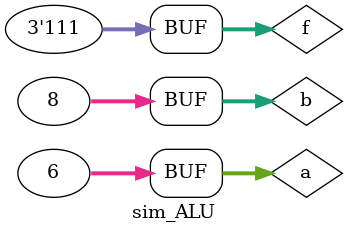
<source format=v>
`timescale 1ns / 1ns


module sim_ALU();
    reg [31:0] a=32'h18;
    reg [31:0] b=32'h11;
    reg [2:0]  f=3'b000;
    wire [31:0] s;
    ALU uut(.a(a),.b(b),.f(f),.s(s));
    initial begin
        #100 f=3'b001;
        #100 begin a=32'h6;b=32'h7;f=3'b000;end;
        #100 begin a=32'h6;b=32'h3;f=3'b001;end;
        #100 begin a=32'h6;b=32'h4;f=3'b010;end;
        #100 begin a=32'h6;b=32'h4;f=3'b011;end;
        #100 begin a=32'h6;b=32'h5;f=3'b100;end;
        #100 begin a=32'h6;b=32'h8;f=3'b101;end;
        #100 begin a=32'h6;b=32'h8;f=3'b110;end;
        #100 begin a=32'h6;b=32'h8;f=3'b111;end;
     end
endmodule

</source>
